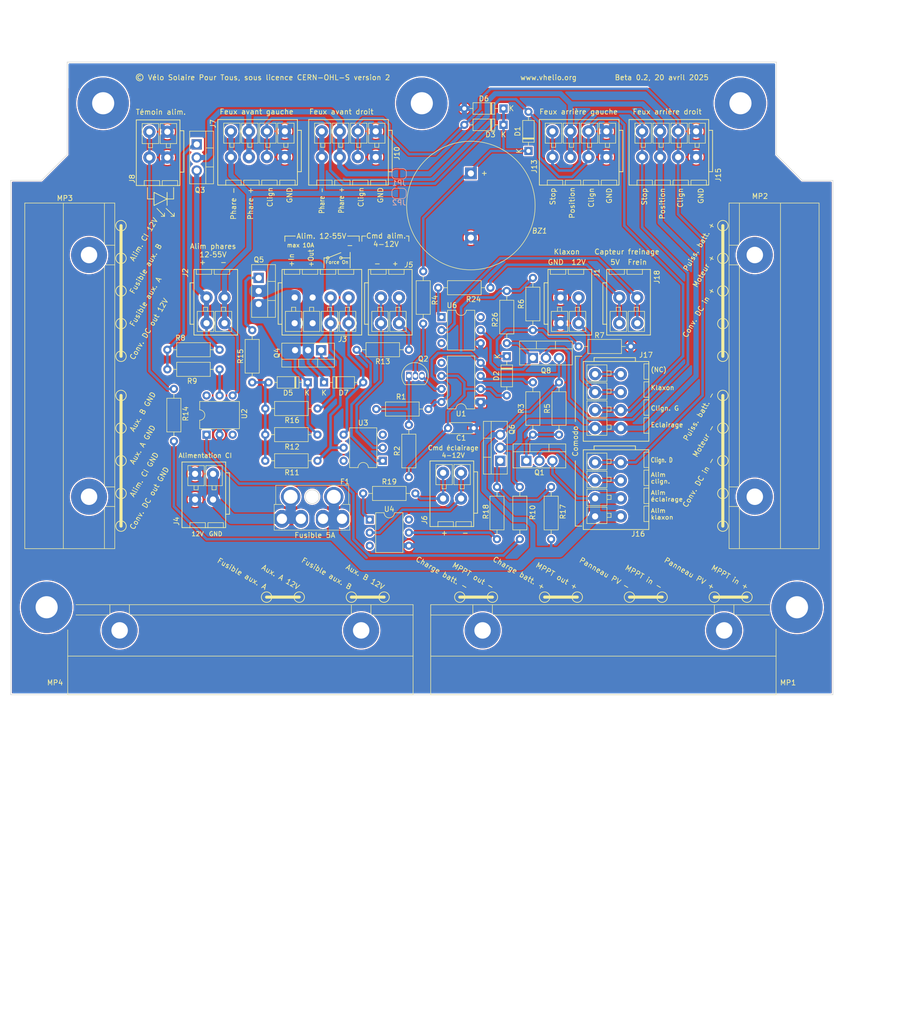
<source format=kicad_pcb>
(kicad_pcb (version 20211014) (generator pcbnew)

  (general
    (thickness 1.6)
  )

  (paper "A4")
  (layers
    (0 "F.Cu" signal)
    (31 "B.Cu" signal)
    (32 "B.Adhes" user "B.Adhesive")
    (33 "F.Adhes" user "F.Adhesive")
    (34 "B.Paste" user)
    (35 "F.Paste" user)
    (36 "B.SilkS" user "B.Silkscreen")
    (37 "F.SilkS" user "F.Silkscreen")
    (38 "B.Mask" user)
    (39 "F.Mask" user)
    (40 "Dwgs.User" user "User.Drawings")
    (41 "Cmts.User" user "User.Comments")
    (42 "Eco1.User" user "User.Eco1")
    (43 "Eco2.User" user "User.Eco2")
    (44 "Edge.Cuts" user)
    (45 "Margin" user)
    (46 "B.CrtYd" user "B.Courtyard")
    (47 "F.CrtYd" user "F.Courtyard")
    (48 "B.Fab" user)
    (49 "F.Fab" user)
    (50 "User.1" user)
    (51 "User.2" user)
    (52 "User.3" user)
    (53 "User.4" user)
    (54 "User.5" user)
    (55 "User.6" user)
    (56 "User.7" user)
    (57 "User.8" user)
    (58 "User.9" user)
  )

  (setup
    (stackup
      (layer "F.SilkS" (type "Top Silk Screen"))
      (layer "F.Paste" (type "Top Solder Paste"))
      (layer "F.Mask" (type "Top Solder Mask") (thickness 0.01))
      (layer "F.Cu" (type "copper") (thickness 0.035))
      (layer "dielectric 1" (type "core") (thickness 1.51) (material "FR4") (epsilon_r 4.5) (loss_tangent 0.02))
      (layer "B.Cu" (type "copper") (thickness 0.035))
      (layer "B.Mask" (type "Bottom Solder Mask") (thickness 0.01))
      (layer "B.Paste" (type "Bottom Solder Paste"))
      (layer "B.SilkS" (type "Bottom Silk Screen"))
      (copper_finish "None")
      (dielectric_constraints no)
    )
    (pad_to_mask_clearance 0)
    (pcbplotparams
      (layerselection 0x00010e0_ffffffff)
      (disableapertmacros false)
      (usegerberextensions false)
      (usegerberattributes true)
      (usegerberadvancedattributes true)
      (creategerberjobfile true)
      (svguseinch false)
      (svgprecision 6)
      (excludeedgelayer true)
      (plotframeref false)
      (viasonmask false)
      (mode 1)
      (useauxorigin false)
      (hpglpennumber 1)
      (hpglpenspeed 20)
      (hpglpendiameter 15.000000)
      (dxfpolygonmode true)
      (dxfimperialunits true)
      (dxfusepcbnewfont true)
      (psnegative false)
      (psa4output false)
      (plotreference true)
      (plotvalue true)
      (plotinvisibletext false)
      (sketchpadsonfab false)
      (subtractmaskfromsilk false)
      (outputformat 1)
      (mirror false)
      (drillshape 0)
      (scaleselection 1)
      (outputdirectory "")
    )
  )

  (net 0 "")
  (net 1 "GND")
  (net 2 "Net-(F1-Pad2)")
  (net 3 "Net-(D1-Pad2)")
  (net 4 "Net-(D3-Pad2)")
  (net 5 "/Phares")
  (net 6 "Net-(J1-Pad2)")
  (net 7 "/Flasher/Out")
  (net 8 "unconnected-(J17-Pad1)")
  (net 9 "/12V_5A")
  (net 10 "/Flasher/Enable")
  (net 11 "/Contacteur Phares/Input")
  (net 12 "/Contacteur Phares/GND")
  (net 13 "/Contacteur Phares/Output")
  (net 14 "Net-(D4-Pad2)")
  (net 15 "/Conv12V_In.Vbatt")
  (net 16 "/Contacteur alim./Input")
  (net 17 "/Contacteur alim./SW_On")
  (net 18 "/Contacteur alim./GND")
  (net 19 "/Contacteur alim./Cmd_GND")
  (net 20 "/Contacteur alim./Cmd_On")
  (net 21 "/Contacteur Eclairage/Cmd_On")
  (net 22 "/Contacteur Eclairage/Cmd_GND")
  (net 23 "Net-(Q4-Pad1)")
  (net 24 "Net-(Q5-Pad1)")
  (net 25 "Net-(C1-Pad1)")
  (net 26 "Net-(D2-Pad1)")
  (net 27 "Net-(D5-Pad2)")
  (net 28 "Net-(Q1-Pad1)")
  (net 29 "Net-(Q2-Pad1)")
  (net 30 "Net-(Q2-Pad2)")
  (net 31 "Net-(Q2-Pad3)")
  (net 32 "Net-(Q3-Pad1)")
  (net 33 "Net-(Q6-Pad1)")
  (net 34 "Net-(R3-Pad1)")
  (net 35 "Net-(R9-Pad2)")
  (net 36 "Net-(R10-Pad1)")
  (net 37 "Net-(R13-Pad1)")
  (net 38 "Net-(R18-Pad2)")
  (net 39 "Net-(R19-Pad1)")
  (net 40 "unconnected-(U1-Pad5)")
  (net 41 "unconnected-(U2-Pad3)")
  (net 42 "unconnected-(U2-Pad6)")
  (net 43 "unconnected-(U3-Pad3)")
  (net 44 "unconnected-(U3-Pad6)")
  (net 45 "unconnected-(U4-Pad3)")
  (net 46 "unconnected-(U4-Pad6)")
  (net 47 "/Contacteur feux stop/FeuxStop")
  (net 48 "/Contacteur feux stop/5V_Frein")
  (net 49 "/Contacteur feux stop/Signal_Frein")
  (net 50 "Net-(Q8-Pad1)")
  (net 51 "Net-(R24-Pad1)")
  (net 52 "unconnected-(U6-Pad3)")
  (net 53 "unconnected-(U6-Pad6)")

  (footprint "circuit:Wago_221-500_SplicingConnectorHolder" (layer "F.Cu") (at 95.25 80.01 90))

  (footprint "circuit:TerminalBlock_Wago_2601-3102_1x02_P3.50mm_Vertical" (layer "F.Cu") (at 198.429997 64.77))

  (footprint "circuit:MountingHole_5mm" (layer "F.Cu") (at 87 125))

  (footprint "Resistor_THT:R_Axial_DIN0207_L6.3mm_D2.5mm_P10.16mm_Horizontal" (layer "F.Cu") (at 147.32 74.93))

  (footprint "circuit:Buzzer_25x16_12.5" (layer "F.Cu") (at 169.545 40.64 -90))

  (footprint "Package_DIP:DIP-6_W7.62mm" (layer "F.Cu") (at 163.83 68.58))

  (footprint "Diode_THT:D_DO-35_SOD27_P7.62mm_Horizontal" (layer "F.Cu") (at 140.97 81.28))

  (footprint "Resistor_THT:R_Axial_DIN0207_L6.3mm_D2.5mm_P10.16mm_Horizontal" (layer "F.Cu") (at 174.625 101.6 -90))

  (footprint "Resistor_THT:R_Axial_DIN0207_L6.3mm_D2.5mm_P10.16mm_Horizontal" (layer "F.Cu") (at 181.61 60.96 -90))

  (footprint "circuit:TO-220-3_Vertical" (layer "F.Cu") (at 140.415001 75.02 180))

  (footprint "circuit:Generic_FuseHolder_MINI" (layer "F.Cu") (at 144.475 107.805 180))

  (footprint "Resistor_THT:R_Axial_DIN0207_L6.3mm_D2.5mm_P10.16mm_Horizontal" (layer "F.Cu") (at 161.29 86.46 180))

  (footprint "Package_DIP:DIP-8_W7.62mm" (layer "F.Cu") (at 171.45 85.09 180))

  (footprint "circuit:TerminalBlock_Wago_2601-3102_1x02_P3.50mm_Vertical" (layer "F.Cu") (at 119.38 104.06 180))

  (footprint "Resistor_THT:R_Axial_DIN0207_L6.3mm_D2.5mm_P10.16mm_Horizontal" (layer "F.Cu") (at 157.48 89.535 -90))

  (footprint "Resistor_THT:R_Axial_DIN0207_L6.3mm_D2.5mm_P10.16mm_Horizontal" (layer "F.Cu") (at 163.195 62.865))

  (footprint "Resistor_THT:R_Axial_DIN0207_L6.3mm_D2.5mm_P10.16mm_Horizontal" (layer "F.Cu") (at 176.53 63.5 -90))

  (footprint "Resistor_THT:R_Axial_DIN0207_L6.3mm_D2.5mm_P10.16mm_Horizontal" (layer "F.Cu") (at 179.07 111.76 90))

  (footprint "circuit:MountingHole_5mm" (layer "F.Cu") (at 98 27))

  (footprint "circuit:TerminalBlock_Wago_2601-3104_1x04_P3.50mm_Vertical" (layer "F.Cu") (at 195.920004 37.465 180))

  (footprint "circuit:TO-220-3_Vertical" (layer "F.Cu") (at 180.34 96.52))

  (footprint "Resistor_THT:R_Axial_DIN0207_L6.3mm_D2.5mm_P10.16mm_Horizontal" (layer "F.Cu") (at 110.49 78.74))

  (footprint "Diode_THT:D_DO-35_SOD27_P7.62mm_Horizontal" (layer "F.Cu") (at 137.795 81.28 180))

  (footprint "circuit:TerminalBlock_Wago_2601-3104_1x04_P3.50mm_Vertical" (layer "F.Cu") (at 213.370004 37.465 180))

  (footprint "circuit:TO-92L_Inline" (layer "F.Cu") (at 157.48 80.01))

  (footprint "circuit:MountingHole_5mm" (layer "F.Cu") (at 222 27))

  (footprint "Resistor_THT:R_Axial_DIN0207_L6.3mm_D2.5mm_P10.16mm_Horizontal" (layer "F.Cu") (at 129.54 86.36))

  (footprint "circuit:TerminalBlock_Wago_2601-3104_1x04_P3.50mm_Vertical" (layer "F.Cu") (at 133.35 37.465 180))

  (footprint "Diode_THT:D_DO-35_SOD27_P7.62mm_Horizontal" (layer "F.Cu") (at 175.895 31.195 180))

  (footprint "Resistor_THT:R_Axial_DIN0207_L6.3mm_D2.5mm_P10.16mm_Horizontal" (layer "F.Cu") (at 111.76 82.55 -90))

  (footprint "Diode_THT:D_DO-35_SOD27_P7.62mm_Horizontal" (layer "F.Cu") (at 176.53 76.2 -90))

  (footprint "Resistor_THT:R_Axial_DIN0207_L6.3mm_D2.5mm_P10.16mm_Horizontal" (layer "F.Cu") (at 181.61 81.28 -90))

  (footprint "Capacitor_THT:C_Disc_D4.3mm_W1.9mm_P5.00mm" (layer "F.Cu") (at 165.1 90.17))

  (footprint "Resistor_THT:R_Axial_DIN0207_L6.3mm_D2.5mm_P10.16mm_Horizontal" (layer "F.Cu") (at 160.274 69.85 90))

  (footprint "circuit:TerminalBlock_Wago_2601-3102_1x02_P3.50mm_Vertical" (layer "F.Cu") (at 152.055 64.77))

  (footprint "Diode_THT:D_DO-35_SOD27_P7.62mm_Horizontal" (layer "F.Cu") (at 180.75 36.275 90))

  (footprint "circuit:TerminalBlock_Wago_2601-3104_1x04_P3.50mm_Vertical" (layer "F.Cu") (at 198.7161 96.829996 -90))

  (footprint "circuit:TO-220-3_Vertical" (layer "F.Cu") (at 116.205 35.005 -90))

  (footprint "Diode_THT:D_DO-35_SOD27_P7.62mm_Horizontal" (layer "F.Cu") (at 175.895 28.02 180))

  (footprint "circuit:TerminalBlock_Wago_2601-3104_1x04_P3.50mm_Vertical" (layer "F.Cu")
    (tedit 67E5B593) (tstamp 87af2957-c7cf-4ad5-b3b0-0d3b1f7e8419)
    (at 135.255 64.77)
    (tags "Wago 2601-3104")
    (property "Sheetfile" "circuit.kicad_sch")
    (property "Sheetname" "")
    (path "/14a8bea9-2369-4417-8404-546b703c6cc5")
    (attr through_hole)
    (fp_text reference "J3" (at 8.341004 8.128 unlocked) (layer "F.SilkS")
      (effects (font (size 1 1) (thickness 0.15) italic) (justify left))
      (tstamp c4ab9bb1-0ddc-4cf9-a610-2241616b8c67)
    )
    (fp_text value "Conn_Contacteur55V" (at 6.35 12.7 unlocked) (layer "F.Fab")
      (effects (font (size 1 1) (thickness 0.15)))
      (tstamp 31521c0e-eda2-45c0-a4ef-a61de4858d05)
    )
    (fp_text user "${REFERENCE}" (at -2.54 8.89 unlocked) (layer "F.Fab")
      (effects (font (size 1 1) (thickness 0.15)) (justify left))
      (tstamp 0faa470b-0bbf-42ae-8327-8b0b884732a0)
    )
    (fp_line (start -0.599996 1.9) (end -0.599996 2.7) (layer "F.SilkS") (width 0.12) (tstamp 0060fed3-d2c8-41dd-b235-e21d236a5e56))
    (fp_line (start -2.449999 7.300001) (end -2.449999 -5.449999) (layer "F.SilkS
... [1832646 chars truncated]
</source>
